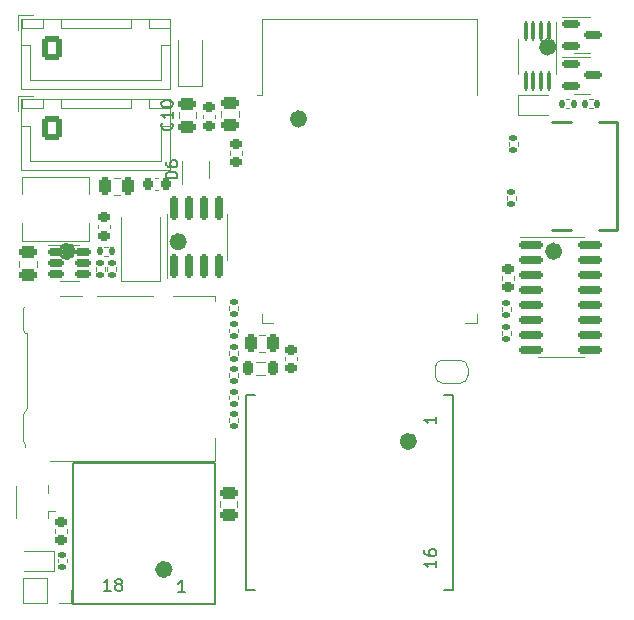
<source format=gbr>
%TF.GenerationSoftware,KiCad,Pcbnew,(6.0.0)*%
%TF.CreationDate,2022-09-29T23:41:46+02:00*%
%TF.ProjectId,bobbycar-lora-can-ethernet,626f6262-7963-4617-922d-6c6f72612d63,rev?*%
%TF.SameCoordinates,Original*%
%TF.FileFunction,Legend,Top*%
%TF.FilePolarity,Positive*%
%FSLAX46Y46*%
G04 Gerber Fmt 4.6, Leading zero omitted, Abs format (unit mm)*
G04 Created by KiCad (PCBNEW (6.0.0)) date 2022-09-29 23:41:46*
%MOMM*%
%LPD*%
G01*
G04 APERTURE LIST*
G04 Aperture macros list*
%AMRoundRect*
0 Rectangle with rounded corners*
0 $1 Rounding radius*
0 $2 $3 $4 $5 $6 $7 $8 $9 X,Y pos of 4 corners*
0 Add a 4 corners polygon primitive as box body*
4,1,4,$2,$3,$4,$5,$6,$7,$8,$9,$2,$3,0*
0 Add four circle primitives for the rounded corners*
1,1,$1+$1,$2,$3*
1,1,$1+$1,$4,$5*
1,1,$1+$1,$6,$7*
1,1,$1+$1,$8,$9*
0 Add four rect primitives between the rounded corners*
20,1,$1+$1,$2,$3,$4,$5,0*
20,1,$1+$1,$4,$5,$6,$7,0*
20,1,$1+$1,$6,$7,$8,$9,0*
20,1,$1+$1,$8,$9,$2,$3,0*%
%AMFreePoly0*
4,1,22,0.500000,-0.750000,0.000000,-0.750000,0.000000,-0.745033,-0.079941,-0.743568,-0.215256,-0.701293,-0.333266,-0.622738,-0.424486,-0.514219,-0.481581,-0.384460,-0.499164,-0.250000,-0.500000,-0.250000,-0.500000,0.250000,-0.499164,0.250000,-0.499963,0.256109,-0.478152,0.396186,-0.417904,0.524511,-0.324060,0.630769,-0.204165,0.706417,-0.067858,0.745374,0.000000,0.744959,0.000000,0.750000,
0.500000,0.750000,0.500000,-0.750000,0.500000,-0.750000,$1*%
%AMFreePoly1*
4,1,20,0.000000,0.744959,0.073905,0.744508,0.209726,0.703889,0.328688,0.626782,0.421226,0.519385,0.479903,0.390333,0.500000,0.250000,0.500000,-0.250000,0.499851,-0.262216,0.476331,-0.402017,0.414519,-0.529596,0.319384,-0.634700,0.198574,-0.708877,0.061801,-0.746166,0.000000,-0.745033,0.000000,-0.750000,-0.500000,-0.750000,-0.500000,0.750000,0.000000,0.750000,0.000000,0.744959,
0.000000,0.744959,$1*%
G04 Aperture macros list end*
%ADD10C,0.762000*%
%ADD11C,0.150000*%
%ADD12C,0.120000*%
%ADD13C,0.250000*%
%ADD14R,1.900000X1.600000*%
%ADD15RoundRect,0.250000X0.475000X-0.250000X0.475000X0.250000X-0.475000X0.250000X-0.475000X-0.250000X0*%
%ADD16R,0.400000X0.650000*%
%ADD17RoundRect,0.225000X-0.250000X0.225000X-0.250000X-0.225000X0.250000X-0.225000X0.250000X0.225000X0*%
%ADD18R,0.600000X0.450000*%
%ADD19RoundRect,0.135000X-0.185000X0.135000X-0.185000X-0.135000X0.185000X-0.135000X0.185000X0.135000X0*%
%ADD20RoundRect,0.135000X0.135000X0.185000X-0.135000X0.185000X-0.135000X-0.185000X0.135000X-0.185000X0*%
%ADD21RoundRect,0.150000X-0.825000X-0.150000X0.825000X-0.150000X0.825000X0.150000X-0.825000X0.150000X0*%
%ADD22R,1.350000X1.350000*%
%ADD23O,1.350000X1.350000*%
%ADD24R,1.500000X2.000000*%
%ADD25R,1.200000X0.900000*%
%ADD26RoundRect,0.250000X-0.475000X0.250000X-0.475000X-0.250000X0.475000X-0.250000X0.475000X0.250000X0*%
%ADD27RoundRect,0.218750X0.218750X0.381250X-0.218750X0.381250X-0.218750X-0.381250X0.218750X-0.381250X0*%
%ADD28RoundRect,0.135000X-0.135000X-0.185000X0.135000X-0.185000X0.135000X0.185000X-0.135000X0.185000X0*%
%ADD29R,2.000000X0.900000*%
%ADD30R,0.900000X2.000000*%
%ADD31R,5.000000X5.000000*%
%ADD32RoundRect,0.150000X0.150000X-0.825000X0.150000X0.825000X-0.150000X0.825000X-0.150000X-0.825000X0*%
%ADD33RoundRect,0.135000X0.185000X-0.135000X0.185000X0.135000X-0.185000X0.135000X-0.185000X-0.135000X0*%
%ADD34R,1.800000X0.900000*%
%ADD35RoundRect,0.250000X-0.600000X-0.725000X0.600000X-0.725000X0.600000X0.725000X-0.600000X0.725000X0*%
%ADD36O,1.700000X1.950000*%
%ADD37RoundRect,0.150000X-0.512500X-0.150000X0.512500X-0.150000X0.512500X0.150000X-0.512500X0.150000X0*%
%ADD38R,1.050000X1.000000*%
%ADD39R,2.200000X1.050000*%
%ADD40R,1.800000X2.500000*%
%ADD41FreePoly0,0.000000*%
%ADD42FreePoly1,0.000000*%
%ADD43RoundRect,0.225000X0.250000X-0.225000X0.250000X0.225000X-0.250000X0.225000X-0.250000X-0.225000X0*%
%ADD44R,1.200000X0.700000*%
%ADD45R,0.800000X1.000000*%
%ADD46R,2.800000X1.000000*%
%ADD47R,1.900000X1.300000*%
%ADD48R,1.200000X1.000000*%
%ADD49RoundRect,0.150000X-0.587500X-0.150000X0.587500X-0.150000X0.587500X0.150000X-0.587500X0.150000X0*%
%ADD50RoundRect,0.218750X-0.256250X0.218750X-0.256250X-0.218750X0.256250X-0.218750X0.256250X0.218750X0*%
%ADD51RoundRect,0.250000X-0.250000X-0.475000X0.250000X-0.475000X0.250000X0.475000X-0.250000X0.475000X0*%
%ADD52C,0.650000*%
%ADD53O,2.100000X1.000000*%
%ADD54O,1.800000X1.000000*%
%ADD55R,1.150000X0.600000*%
%ADD56R,1.150000X0.300000*%
%ADD57RoundRect,0.100000X-0.100000X0.712500X-0.100000X-0.712500X0.100000X-0.712500X0.100000X0.712500X0*%
%ADD58RoundRect,0.225000X-0.225000X-0.250000X0.225000X-0.250000X0.225000X0.250000X-0.225000X0.250000X0*%
G04 APERTURE END LIST*
D10*
X14160555Y-19300000D02*
G75*
G03*
X14160555Y-19300000I-360555J0D01*
G01*
X45960555Y-20100000D02*
G75*
G03*
X45960555Y-20100000I-360555J0D01*
G01*
X33660555Y-36200000D02*
G75*
G03*
X33660555Y-36200000I-360555J0D01*
G01*
X12960555Y-47039445D02*
G75*
G03*
X12960555Y-47039445I-360555J0D01*
G01*
X4760555Y-20100000D02*
G75*
G03*
X4760555Y-20100000I-360555J0D01*
G01*
X45460555Y-2800000D02*
G75*
G03*
X45460555Y-2800000I-360555J0D01*
G01*
X24360555Y-8900000D02*
G75*
G03*
X24360555Y-8900000I-360555J0D01*
G01*
D11*
X35652380Y-34114285D02*
X35652380Y-34685714D01*
X35652380Y-34400000D02*
X34652380Y-34400000D01*
X34795238Y-34495238D01*
X34890476Y-34590476D01*
X34938095Y-34685714D01*
X8109523Y-48852380D02*
X7538095Y-48852380D01*
X7823809Y-48852380D02*
X7823809Y-47852380D01*
X7728571Y-47995238D01*
X7633333Y-48090476D01*
X7538095Y-48138095D01*
X8680952Y-48280952D02*
X8585714Y-48233333D01*
X8538095Y-48185714D01*
X8490476Y-48090476D01*
X8490476Y-48042857D01*
X8538095Y-47947619D01*
X8585714Y-47900000D01*
X8680952Y-47852380D01*
X8871428Y-47852380D01*
X8966666Y-47900000D01*
X9014285Y-47947619D01*
X9061904Y-48042857D01*
X9061904Y-48090476D01*
X9014285Y-48185714D01*
X8966666Y-48233333D01*
X8871428Y-48280952D01*
X8680952Y-48280952D01*
X8585714Y-48328571D01*
X8538095Y-48376190D01*
X8490476Y-48471428D01*
X8490476Y-48661904D01*
X8538095Y-48757142D01*
X8585714Y-48804761D01*
X8680952Y-48852380D01*
X8871428Y-48852380D01*
X8966666Y-48804761D01*
X9014285Y-48757142D01*
X9061904Y-48661904D01*
X9061904Y-48471428D01*
X9014285Y-48376190D01*
X8966666Y-48328571D01*
X8871428Y-48280952D01*
X14385714Y-48952380D02*
X13814285Y-48952380D01*
X14100000Y-48952380D02*
X14100000Y-47952380D01*
X14004761Y-48095238D01*
X13909523Y-48190476D01*
X13814285Y-48238095D01*
X35652380Y-46290476D02*
X35652380Y-46861904D01*
X35652380Y-46576190D02*
X34652380Y-46576190D01*
X34795238Y-46671428D01*
X34890476Y-46766666D01*
X34938095Y-46861904D01*
X34652380Y-45433333D02*
X34652380Y-45623809D01*
X34700000Y-45719047D01*
X34747619Y-45766666D01*
X34890476Y-45861904D01*
X35080952Y-45909523D01*
X35461904Y-45909523D01*
X35557142Y-45861904D01*
X35604761Y-45814285D01*
X35652380Y-45719047D01*
X35652380Y-45528571D01*
X35604761Y-45433333D01*
X35557142Y-45385714D01*
X35461904Y-45338095D01*
X35223809Y-45338095D01*
X35128571Y-45385714D01*
X35080952Y-45433333D01*
X35033333Y-45528571D01*
X35033333Y-45719047D01*
X35080952Y-45814285D01*
X35128571Y-45861904D01*
X35223809Y-45909523D01*
%TO.C,C10*%
X13277142Y-9242857D02*
X13324761Y-9290476D01*
X13372380Y-9433333D01*
X13372380Y-9528571D01*
X13324761Y-9671428D01*
X13229523Y-9766666D01*
X13134285Y-9814285D01*
X12943809Y-9861904D01*
X12800952Y-9861904D01*
X12610476Y-9814285D01*
X12515238Y-9766666D01*
X12420000Y-9671428D01*
X12372380Y-9528571D01*
X12372380Y-9433333D01*
X12420000Y-9290476D01*
X12467619Y-9242857D01*
X13372380Y-8290476D02*
X13372380Y-8861904D01*
X13372380Y-8576190D02*
X12372380Y-8576190D01*
X12515238Y-8671428D01*
X12610476Y-8766666D01*
X12658095Y-8861904D01*
X12372380Y-7671428D02*
X12372380Y-7576190D01*
X12420000Y-7480952D01*
X12467619Y-7433333D01*
X12562857Y-7385714D01*
X12753333Y-7338095D01*
X12991428Y-7338095D01*
X13181904Y-7385714D01*
X13277142Y-7433333D01*
X13324761Y-7480952D01*
X13372380Y-7576190D01*
X13372380Y-7671428D01*
X13324761Y-7766666D01*
X13277142Y-7814285D01*
X13181904Y-7861904D01*
X12991428Y-7909523D01*
X12753333Y-7909523D01*
X12562857Y-7861904D01*
X12467619Y-7814285D01*
X12420000Y-7766666D01*
X12372380Y-7671428D01*
%TO.C,D6*%
X13752380Y-13938095D02*
X12752380Y-13938095D01*
X12752380Y-13700000D01*
X12800000Y-13557142D01*
X12895238Y-13461904D01*
X12990476Y-13414285D01*
X13180952Y-13366666D01*
X13323809Y-13366666D01*
X13514285Y-13414285D01*
X13609523Y-13461904D01*
X13704761Y-13557142D01*
X13752380Y-13700000D01*
X13752380Y-13938095D01*
X12752380Y-12509523D02*
X12752380Y-12700000D01*
X12800000Y-12795238D01*
X12847619Y-12842857D01*
X12990476Y-12938095D01*
X13180952Y-12985714D01*
X13561904Y-12985714D01*
X13657142Y-12938095D01*
X13704761Y-12890476D01*
X13752380Y-12795238D01*
X13752380Y-12604761D01*
X13704761Y-12509523D01*
X13657142Y-12461904D01*
X13561904Y-12414285D01*
X13323809Y-12414285D01*
X13228571Y-12461904D01*
X13180952Y-12509523D01*
X13133333Y-12604761D01*
X13133333Y-12795238D01*
X13180952Y-12890476D01*
X13228571Y-12938095D01*
X13323809Y-12985714D01*
D12*
%TO.C,L3*%
X550000Y-19200000D02*
X6250000Y-19200000D01*
X550000Y-15300000D02*
X550000Y-13800000D01*
X6250000Y-19200000D02*
X6250000Y-17700000D01*
X550000Y-13800000D02*
X6250000Y-13800000D01*
X6250000Y-13800000D02*
X6250000Y-15300000D01*
X550000Y-17700000D02*
X550000Y-19200000D01*
%TO.C,C10*%
X13865000Y-8861252D02*
X13865000Y-8338748D01*
X15335000Y-8861252D02*
X15335000Y-8338748D01*
%TO.C,D6*%
X14140000Y-12500000D02*
X14140000Y-14400000D01*
X16460000Y-13900000D02*
X16460000Y-12500000D01*
%TO.C,C11*%
X6990000Y-17859420D02*
X6990000Y-18140580D01*
X8010000Y-17859420D02*
X8010000Y-18140580D01*
%TO.C,D1*%
X3300000Y-47150000D02*
X750000Y-47150000D01*
X3300000Y-47150000D02*
X3300000Y-45450000D01*
X3300000Y-45450000D02*
X750000Y-45450000D01*
%TO.C,R14*%
X41220000Y-24846359D02*
X41220000Y-25153641D01*
X41980000Y-24846359D02*
X41980000Y-25153641D01*
%TO.C,R9*%
X46943641Y-7220000D02*
X46636359Y-7220000D01*
X46943641Y-7980000D02*
X46636359Y-7980000D01*
%TO.C,U5*%
X46200000Y-18940000D02*
X48150000Y-18940000D01*
X46200000Y-29060000D02*
X44250000Y-29060000D01*
X46200000Y-29060000D02*
X48150000Y-29060000D01*
X46200000Y-18940000D02*
X42750000Y-18940000D01*
%TO.C,C9*%
X365000Y-21411252D02*
X365000Y-20888748D01*
X1835000Y-21411252D02*
X1835000Y-20888748D01*
%TO.C,BT1*%
X2700000Y-47740000D02*
X640000Y-47740000D01*
X2700000Y-49860000D02*
X640000Y-49860000D01*
X2700000Y-47740000D02*
X2700000Y-49860000D01*
X4760000Y-48800000D02*
X4760000Y-49860000D01*
X640000Y-47740000D02*
X640000Y-49860000D01*
X4760000Y-49860000D02*
X3700000Y-49860000D01*
D11*
%TO.C,U2*%
X36300000Y-32250000D02*
X37050000Y-32250000D01*
X37050000Y-48750000D02*
X36300000Y-48750000D01*
X20300000Y-32250000D02*
X19550000Y-32250000D01*
X19550000Y-32250000D02*
X19550000Y-48750000D01*
X19550000Y-48750000D02*
X20300000Y-48750000D01*
X37050000Y-32250000D02*
X37050000Y-48750000D01*
D12*
%TO.C,R21*%
X18120000Y-24756359D02*
X18120000Y-25063641D01*
X18880000Y-24756359D02*
X18880000Y-25063641D01*
%TO.C,D3*%
X13800000Y-6150000D02*
X15800000Y-6150000D01*
X13800000Y-6150000D02*
X13800000Y-2250000D01*
X15800000Y-6150000D02*
X15800000Y-2250000D01*
%TO.C,C4*%
X18935000Y-8238748D02*
X18935000Y-8761252D01*
X17465000Y-8238748D02*
X17465000Y-8761252D01*
%TO.C,L2*%
X21199622Y-29440000D02*
X20400378Y-29440000D01*
X21199622Y-30560000D02*
X20400378Y-30560000D01*
%TO.C,R10*%
X48636359Y-7220000D02*
X48943641Y-7220000D01*
X48636359Y-7980000D02*
X48943641Y-7980000D01*
%TO.C,U1*%
X20880000Y-435000D02*
X39120000Y-435000D01*
X20880000Y-6855000D02*
X20500000Y-6855000D01*
X39120000Y-26180000D02*
X38120000Y-26180000D01*
X20880000Y-435000D02*
X20880000Y-6855000D01*
X39120000Y-25400000D02*
X39120000Y-26180000D01*
X39120000Y-435000D02*
X39120000Y-6855000D01*
X20880000Y-25400000D02*
X20880000Y-26180000D01*
X20880000Y-26180000D02*
X21880000Y-26180000D01*
%TO.C,U6*%
X12840000Y-18900000D02*
X12840000Y-22350000D01*
X17960000Y-18900000D02*
X17960000Y-16950000D01*
X17960000Y-18900000D02*
X17960000Y-20850000D01*
X12840000Y-18900000D02*
X12840000Y-16950000D01*
%TO.C,C5*%
X15890000Y-8559420D02*
X15890000Y-8840580D01*
X16910000Y-8559420D02*
X16910000Y-8840580D01*
%TO.C,R25*%
X7546359Y-19720000D02*
X7853641Y-19720000D01*
X7546359Y-20480000D02*
X7853641Y-20480000D01*
%TO.C,R16*%
X18120000Y-34246359D02*
X18120000Y-34553641D01*
X18880000Y-34246359D02*
X18880000Y-34553641D01*
%TO.C,R8*%
X41620000Y-15446359D02*
X41620000Y-15753641D01*
X42380000Y-15446359D02*
X42380000Y-15753641D01*
%TO.C,R13*%
X41220000Y-26846359D02*
X41220000Y-27153641D01*
X41980000Y-26846359D02*
X41980000Y-27153641D01*
%TO.C,C1*%
X18835000Y-41238748D02*
X18835000Y-41761252D01*
X17365000Y-41238748D02*
X17365000Y-41761252D01*
%TO.C,R15*%
X6820000Y-21753641D02*
X6820000Y-21446359D01*
X7580000Y-21753641D02*
X7580000Y-21446359D01*
%TO.C,D2*%
X42600000Y-8550000D02*
X45150000Y-8550000D01*
X42600000Y-6850000D02*
X45150000Y-6850000D01*
X42600000Y-6850000D02*
X42600000Y-8550000D01*
%TO.C,R12*%
X42580000Y-10846359D02*
X42580000Y-11153641D01*
X41820000Y-10846359D02*
X41820000Y-11153641D01*
D11*
%TO.C,J3*%
X4900000Y-38000000D02*
X16900000Y-38000000D01*
X16900000Y-38000000D02*
X16900000Y-50000000D01*
X16900000Y-50000000D02*
X4900000Y-50000000D01*
X4900000Y-50000000D02*
X4900000Y-38000000D01*
D12*
%TO.C,R18*%
X18120000Y-30446359D02*
X18120000Y-30753641D01*
X18880000Y-30446359D02*
X18880000Y-30753641D01*
%TO.C,J2*%
X12400000Y-5625000D02*
X6850000Y-5625000D01*
X13160000Y-6385000D02*
X13160000Y-415000D01*
X3850000Y-1175000D02*
X9850000Y-1175000D01*
X2350000Y-425000D02*
X550000Y-425000D01*
X550000Y-425000D02*
X550000Y-1175000D01*
X13150000Y-2675000D02*
X12400000Y-2675000D01*
X13160000Y-415000D02*
X540000Y-415000D01*
X9850000Y-425000D02*
X3850000Y-425000D01*
X1300000Y-2675000D02*
X1300000Y-5625000D01*
X9850000Y-1175000D02*
X9850000Y-425000D01*
X2350000Y-1175000D02*
X2350000Y-425000D01*
X1300000Y-5625000D02*
X6850000Y-5625000D01*
X3850000Y-425000D02*
X3850000Y-1175000D01*
X13150000Y-425000D02*
X11350000Y-425000D01*
X250000Y-125000D02*
X250000Y-1375000D01*
X540000Y-6385000D02*
X13160000Y-6385000D01*
X11350000Y-1175000D02*
X13150000Y-1175000D01*
X13150000Y-1175000D02*
X13150000Y-425000D01*
X540000Y-415000D02*
X540000Y-6385000D01*
X11350000Y-425000D02*
X11350000Y-1175000D01*
X550000Y-2675000D02*
X1300000Y-2675000D01*
X550000Y-1175000D02*
X2350000Y-1175000D01*
X1500000Y-125000D02*
X250000Y-125000D01*
X12400000Y-2675000D02*
X12400000Y-5625000D01*
%TO.C,U7*%
X4600000Y-19540000D02*
X5400000Y-19540000D01*
X4600000Y-19540000D02*
X2800000Y-19540000D01*
X4600000Y-22660000D02*
X3800000Y-22660000D01*
X4600000Y-22660000D02*
X5400000Y-22660000D01*
%TO.C,C3*%
X42210000Y-22234420D02*
X42210000Y-22515580D01*
X41190000Y-22234420D02*
X41190000Y-22515580D01*
%TO.C,AE1*%
X2785000Y-42700000D02*
X2785000Y-42060000D01*
X2785000Y-42060000D02*
X3415000Y-42060000D01*
X65000Y-42650000D02*
X65000Y-39950000D01*
X2785000Y-39900000D02*
X2785000Y-40540000D01*
%TO.C,R19*%
X18120000Y-28546359D02*
X18120000Y-28853641D01*
X18880000Y-28546359D02*
X18880000Y-28853641D01*
%TO.C,D4*%
X12250000Y-22600000D02*
X12250000Y-17200000D01*
X8950000Y-22600000D02*
X8950000Y-17200000D01*
X8950000Y-22600000D02*
X12250000Y-22600000D01*
%TO.C,JP1*%
X37650000Y-31300000D02*
X36250000Y-31300000D01*
X38350000Y-30000000D02*
X38350000Y-30600000D01*
X36250000Y-29300000D02*
X37650000Y-29300000D01*
X35550000Y-30600000D02*
X35550000Y-30000000D01*
X36250000Y-29300000D02*
G75*
G03*
X35550000Y-30000000I-1J-699999D01*
G01*
X37650000Y-31300000D02*
G75*
G03*
X38350000Y-30600000I1J699999D01*
G01*
X38350000Y-30000000D02*
G75*
G03*
X37650000Y-29300000I-699999J1D01*
G01*
X35550000Y-30600000D02*
G75*
G03*
X36250000Y-31300000I699999J-1D01*
G01*
%TO.C,C13*%
X19210000Y-11940580D02*
X19210000Y-11659420D01*
X18190000Y-11940580D02*
X18190000Y-11659420D01*
%TO.C,J4*%
X16950000Y-23895000D02*
X13340000Y-23895000D01*
X680000Y-24925000D02*
X680000Y-26785000D01*
X680000Y-33875000D02*
X1030000Y-33365000D01*
X680000Y-26785000D02*
X880000Y-26995000D01*
X11640000Y-23895000D02*
X6940000Y-23895000D01*
X680000Y-24925000D02*
X880000Y-24725000D01*
X880000Y-36385000D02*
X880000Y-36645000D01*
X680000Y-36185000D02*
X680000Y-33875000D01*
X5640000Y-23895000D02*
X3840000Y-23895000D01*
X16950000Y-37865000D02*
X2940000Y-37865000D01*
X1030000Y-26995000D02*
X880000Y-26995000D01*
X680000Y-36185000D02*
X880000Y-36385000D01*
X16950000Y-35945000D02*
X16950000Y-37865000D01*
X1030000Y-26995000D02*
X1030000Y-33365000D01*
X16950000Y-24345000D02*
X16950000Y-23895000D01*
%TO.C,R17*%
X18120000Y-32653641D02*
X18120000Y-32346359D01*
X18880000Y-32653641D02*
X18880000Y-32346359D01*
%TO.C,J1*%
X540000Y-13210000D02*
X13160000Y-13210000D01*
X2350000Y-7250000D02*
X550000Y-7250000D01*
X12400000Y-12450000D02*
X6850000Y-12450000D01*
X9850000Y-7250000D02*
X3850000Y-7250000D01*
X13150000Y-9500000D02*
X12400000Y-9500000D01*
X1300000Y-12450000D02*
X6850000Y-12450000D01*
X13160000Y-13210000D02*
X13160000Y-7240000D01*
X540000Y-7240000D02*
X540000Y-13210000D01*
X12400000Y-9500000D02*
X12400000Y-12450000D01*
X1300000Y-9500000D02*
X1300000Y-12450000D01*
X9850000Y-8000000D02*
X9850000Y-7250000D01*
X13150000Y-8000000D02*
X13150000Y-7250000D01*
X13150000Y-7250000D02*
X11350000Y-7250000D01*
X550000Y-9500000D02*
X1300000Y-9500000D01*
X1500000Y-6950000D02*
X250000Y-6950000D01*
X250000Y-6950000D02*
X250000Y-8200000D01*
X3850000Y-7250000D02*
X3850000Y-8000000D01*
X11350000Y-8000000D02*
X13150000Y-8000000D01*
X13160000Y-7240000D02*
X540000Y-7240000D01*
X550000Y-8000000D02*
X2350000Y-8000000D01*
X3850000Y-8000000D02*
X9850000Y-8000000D01*
X550000Y-7250000D02*
X550000Y-8000000D01*
X11350000Y-7250000D02*
X11350000Y-8000000D01*
X2350000Y-8000000D02*
X2350000Y-7250000D01*
%TO.C,C6*%
X23910000Y-29340580D02*
X23910000Y-29059420D01*
X22890000Y-29340580D02*
X22890000Y-29059420D01*
%TO.C,R1*%
X3620000Y-46146359D02*
X3620000Y-46453641D01*
X4380000Y-46146359D02*
X4380000Y-46453641D01*
%TO.C,Q2*%
X48000000Y-6760000D02*
X47350000Y-6760000D01*
X48000000Y-3640000D02*
X48650000Y-3640000D01*
X48000000Y-3640000D02*
X46325000Y-3640000D01*
X48000000Y-6760000D02*
X48650000Y-6760000D01*
%TO.C,L1*%
X3390000Y-43637221D02*
X3390000Y-43962779D01*
X4410000Y-43637221D02*
X4410000Y-43962779D01*
%TO.C,Q1*%
X48000000Y-3360000D02*
X47350000Y-3360000D01*
X48000000Y-240000D02*
X46325000Y-240000D01*
X48000000Y-240000D02*
X48650000Y-240000D01*
X48000000Y-3360000D02*
X48650000Y-3360000D01*
%TO.C,C12*%
X8338748Y-13865000D02*
X8861252Y-13865000D01*
X8338748Y-15335000D02*
X8861252Y-15335000D01*
%TO.C,R24*%
X8580000Y-21446359D02*
X8580000Y-21753641D01*
X7820000Y-21446359D02*
X7820000Y-21753641D01*
%TO.C,R20*%
X18120000Y-26646359D02*
X18120000Y-26953641D01*
X18880000Y-26646359D02*
X18880000Y-26953641D01*
D13*
%TO.C,USBC1*%
X49452500Y-18265000D02*
X50982500Y-18265000D01*
X45452500Y-9125000D02*
X47102500Y-9125000D01*
X50982500Y-9125000D02*
X49452500Y-9125000D01*
X50982500Y-18265000D02*
X50982500Y-9125000D01*
X45452500Y-18265000D02*
X47102500Y-18265000D01*
D12*
%TO.C,U3*%
X45810000Y-3600000D02*
X45810000Y-675000D01*
X42590000Y-3600000D02*
X42590000Y-5100000D01*
X42590000Y-3600000D02*
X42590000Y-2100000D01*
X45810000Y-3600000D02*
X45810000Y-5100000D01*
%TO.C,C8*%
X11859420Y-13890000D02*
X12140580Y-13890000D01*
X11859420Y-14910000D02*
X12140580Y-14910000D01*
%TO.C,C7*%
X20638748Y-27165000D02*
X21161252Y-27165000D01*
X20638748Y-28635000D02*
X21161252Y-28635000D01*
%TD*%
%LPC*%
D14*
%TO.C,L3*%
X5450000Y-16500000D03*
X1350000Y-16500000D03*
%TD*%
D15*
%TO.C,C10*%
X14600000Y-9550000D03*
X14600000Y-7650000D03*
%TD*%
D16*
%TO.C,D6*%
X14650000Y-14150000D03*
X15950000Y-14150000D03*
X15300000Y-12250000D03*
X15300000Y-14150000D03*
X15950000Y-12250000D03*
X14650000Y-12250000D03*
%TD*%
D17*
%TO.C,C11*%
X7500000Y-17225000D03*
X7500000Y-18775000D03*
%TD*%
D18*
%TO.C,D1*%
X2850000Y-46300000D03*
X750000Y-46300000D03*
%TD*%
D19*
%TO.C,R14*%
X41600000Y-24490000D03*
X41600000Y-25510000D03*
%TD*%
D20*
%TO.C,R9*%
X47300000Y-7600000D03*
X46280000Y-7600000D03*
%TD*%
D21*
%TO.C,U5*%
X43725000Y-19555000D03*
X43725000Y-20825000D03*
X43725000Y-22095000D03*
X43725000Y-23365000D03*
X43725000Y-24635000D03*
X43725000Y-25905000D03*
X43725000Y-27175000D03*
X43725000Y-28445000D03*
X48675000Y-28445000D03*
X48675000Y-27175000D03*
X48675000Y-25905000D03*
X48675000Y-24635000D03*
X48675000Y-23365000D03*
X48675000Y-22095000D03*
X48675000Y-20825000D03*
X48675000Y-19555000D03*
%TD*%
D15*
%TO.C,C9*%
X1100000Y-22100000D03*
X1100000Y-20200000D03*
%TD*%
D22*
%TO.C,BT1*%
X3700000Y-48800000D03*
D23*
X1700000Y-48800000D03*
%TD*%
D24*
%TO.C,U2*%
X35300000Y-32500000D03*
X33300000Y-32500000D03*
X31300000Y-32500000D03*
X29300000Y-32500000D03*
X27300000Y-32500000D03*
X25300000Y-32500000D03*
X23300000Y-32500000D03*
X21300000Y-32500000D03*
X21300000Y-48500000D03*
X23300000Y-48500000D03*
X25300000Y-48500000D03*
X27300000Y-48500000D03*
X29300000Y-48500000D03*
X31300000Y-48500000D03*
X33300000Y-48500000D03*
X35300000Y-48500000D03*
%TD*%
D19*
%TO.C,R21*%
X18500000Y-24400000D03*
X18500000Y-25420000D03*
%TD*%
D25*
%TO.C,D3*%
X14800000Y-5550000D03*
X14800000Y-2250000D03*
%TD*%
D26*
%TO.C,C4*%
X18200000Y-7550000D03*
X18200000Y-9450000D03*
%TD*%
D27*
%TO.C,L2*%
X21862500Y-30000000D03*
X19737500Y-30000000D03*
%TD*%
D28*
%TO.C,R10*%
X48280000Y-7600000D03*
X49300000Y-7600000D03*
%TD*%
D29*
%TO.C,U1*%
X21500000Y-8045000D03*
X21500000Y-9315000D03*
X21500000Y-10585000D03*
X21500000Y-11855000D03*
X21500000Y-13125000D03*
X21500000Y-14395000D03*
X21500000Y-15665000D03*
X21500000Y-16935000D03*
X21500000Y-18205000D03*
X21500000Y-19475000D03*
X21500000Y-20745000D03*
X21500000Y-22015000D03*
X21500000Y-23285000D03*
X21500000Y-24555000D03*
D30*
X24285000Y-25555000D03*
X25555000Y-25555000D03*
X26825000Y-25555000D03*
X28095000Y-25555000D03*
X29365000Y-25555000D03*
X30635000Y-25555000D03*
X31905000Y-25555000D03*
X33175000Y-25555000D03*
X34445000Y-25555000D03*
X35715000Y-25555000D03*
D29*
X38500000Y-24555000D03*
X38500000Y-23285000D03*
X38500000Y-22015000D03*
X38500000Y-20745000D03*
X38500000Y-19475000D03*
X38500000Y-18205000D03*
X38500000Y-16935000D03*
X38500000Y-15665000D03*
X38500000Y-14395000D03*
X38500000Y-13125000D03*
X38500000Y-11855000D03*
X38500000Y-10585000D03*
X38500000Y-9315000D03*
X38500000Y-8045000D03*
D31*
X29000000Y-15545000D03*
%TD*%
D32*
%TO.C,U6*%
X13495000Y-21375000D03*
X14765000Y-21375000D03*
X16035000Y-21375000D03*
X17305000Y-21375000D03*
X17305000Y-16425000D03*
X16035000Y-16425000D03*
X14765000Y-16425000D03*
X13495000Y-16425000D03*
%TD*%
D17*
%TO.C,C5*%
X16400000Y-7925000D03*
X16400000Y-9475000D03*
%TD*%
D28*
%TO.C,R25*%
X7190000Y-20100000D03*
X8210000Y-20100000D03*
%TD*%
D19*
%TO.C,R16*%
X18500000Y-33890000D03*
X18500000Y-34910000D03*
%TD*%
%TO.C,R8*%
X42000000Y-15090000D03*
X42000000Y-16110000D03*
%TD*%
%TO.C,R13*%
X41600000Y-26490000D03*
X41600000Y-27510000D03*
%TD*%
D26*
%TO.C,C1*%
X18100000Y-40550000D03*
X18100000Y-42450000D03*
%TD*%
D33*
%TO.C,R15*%
X7200000Y-22110000D03*
X7200000Y-21090000D03*
%TD*%
D18*
%TO.C,D2*%
X43050000Y-7700000D03*
X45150000Y-7700000D03*
%TD*%
D19*
%TO.C,R12*%
X42200000Y-10490000D03*
X42200000Y-11510000D03*
%TD*%
D34*
%TO.C,J3*%
X15750000Y-48400000D03*
X15750000Y-47300000D03*
X15750000Y-46200000D03*
X15750000Y-45100000D03*
X15750000Y-44000000D03*
X15750000Y-42900000D03*
X15750000Y-41800000D03*
X15750000Y-40700000D03*
X15750000Y-39600000D03*
X6050000Y-39600000D03*
X6050000Y-40700000D03*
X6050000Y-41800000D03*
X6050000Y-42900000D03*
X6050000Y-44000000D03*
X6050000Y-45100000D03*
X6050000Y-46200000D03*
X6050000Y-47300000D03*
X6050000Y-48400000D03*
%TD*%
D19*
%TO.C,R18*%
X18500000Y-30090000D03*
X18500000Y-31110000D03*
%TD*%
D35*
%TO.C,J2*%
X3100000Y-2875000D03*
D36*
X5600000Y-2875000D03*
X8100000Y-2875000D03*
X10600000Y-2875000D03*
%TD*%
D37*
%TO.C,U7*%
X3462500Y-20150000D03*
X3462500Y-21100000D03*
X3462500Y-22050000D03*
X5737500Y-22050000D03*
X5737500Y-21100000D03*
X5737500Y-20150000D03*
%TD*%
D17*
%TO.C,C3*%
X41700000Y-21600000D03*
X41700000Y-23150000D03*
%TD*%
D38*
%TO.C,AE1*%
X2950000Y-41300000D03*
D39*
X1425000Y-39825000D03*
X1425000Y-42775000D03*
%TD*%
D19*
%TO.C,R19*%
X18500000Y-28190000D03*
X18500000Y-29210000D03*
%TD*%
D40*
%TO.C,D4*%
X10600000Y-21200000D03*
X10600000Y-17200000D03*
%TD*%
D41*
%TO.C,JP1*%
X36300000Y-30300000D03*
D42*
X37600000Y-30300000D03*
%TD*%
D43*
%TO.C,C13*%
X18700000Y-12575000D03*
X18700000Y-11025000D03*
%TD*%
D44*
%TO.C,J4*%
X16790000Y-33645000D03*
X16790000Y-32545000D03*
X16790000Y-31445000D03*
X16790000Y-30345000D03*
X16790000Y-29245000D03*
X16790000Y-28145000D03*
X16790000Y-27045000D03*
X16790000Y-25945000D03*
X16790000Y-24995000D03*
D45*
X6290000Y-24045000D03*
D46*
X2140000Y-24045000D03*
D47*
X1690000Y-37545000D03*
D48*
X12490000Y-24045000D03*
X16790000Y-35195000D03*
%TD*%
D33*
%TO.C,R17*%
X18500000Y-33010000D03*
X18500000Y-31990000D03*
%TD*%
D35*
%TO.C,J1*%
X3100000Y-9700000D03*
D36*
X5600000Y-9700000D03*
X8100000Y-9700000D03*
X10600000Y-9700000D03*
%TD*%
D43*
%TO.C,C6*%
X23400000Y-29975000D03*
X23400000Y-28425000D03*
%TD*%
D19*
%TO.C,R1*%
X4000000Y-45790000D03*
X4000000Y-46810000D03*
%TD*%
D49*
%TO.C,Q2*%
X47062500Y-4250000D03*
X47062500Y-6150000D03*
X48937500Y-5200000D03*
%TD*%
D50*
%TO.C,L1*%
X3900000Y-43012500D03*
X3900000Y-44587500D03*
%TD*%
D49*
%TO.C,Q1*%
X47062500Y-850000D03*
X47062500Y-2750000D03*
X48937500Y-1800000D03*
%TD*%
D51*
%TO.C,C12*%
X7650000Y-14600000D03*
X9550000Y-14600000D03*
%TD*%
D19*
%TO.C,R24*%
X8200000Y-21090000D03*
X8200000Y-22110000D03*
%TD*%
%TO.C,R20*%
X18500000Y-26290000D03*
X18500000Y-27310000D03*
%TD*%
D52*
%TO.C,USBC1*%
X44592500Y-10805000D03*
X44592500Y-16585000D03*
D53*
X44092500Y-18015000D03*
D54*
X48272500Y-18015000D03*
X48272500Y-9375000D03*
D53*
X44092500Y-9375000D03*
D55*
X43532500Y-16895000D03*
X43532500Y-16095000D03*
D56*
X43532500Y-14945000D03*
X43532500Y-13945000D03*
X43532500Y-13445000D03*
X43532500Y-12445000D03*
D55*
X43532500Y-10495000D03*
X43532500Y-11295000D03*
D56*
X43532500Y-11945000D03*
X43532500Y-12945000D03*
X43532500Y-14445000D03*
X43532500Y-15445000D03*
%TD*%
D57*
%TO.C,U3*%
X45175000Y-1487500D03*
X44525000Y-1487500D03*
X43875000Y-1487500D03*
X43225000Y-1487500D03*
X43225000Y-5712500D03*
X43875000Y-5712500D03*
X44525000Y-5712500D03*
X45175000Y-5712500D03*
%TD*%
D58*
%TO.C,C8*%
X11225000Y-14400000D03*
X12775000Y-14400000D03*
%TD*%
D51*
%TO.C,C7*%
X19950000Y-27900000D03*
X21850000Y-27900000D03*
%TD*%
M02*

</source>
